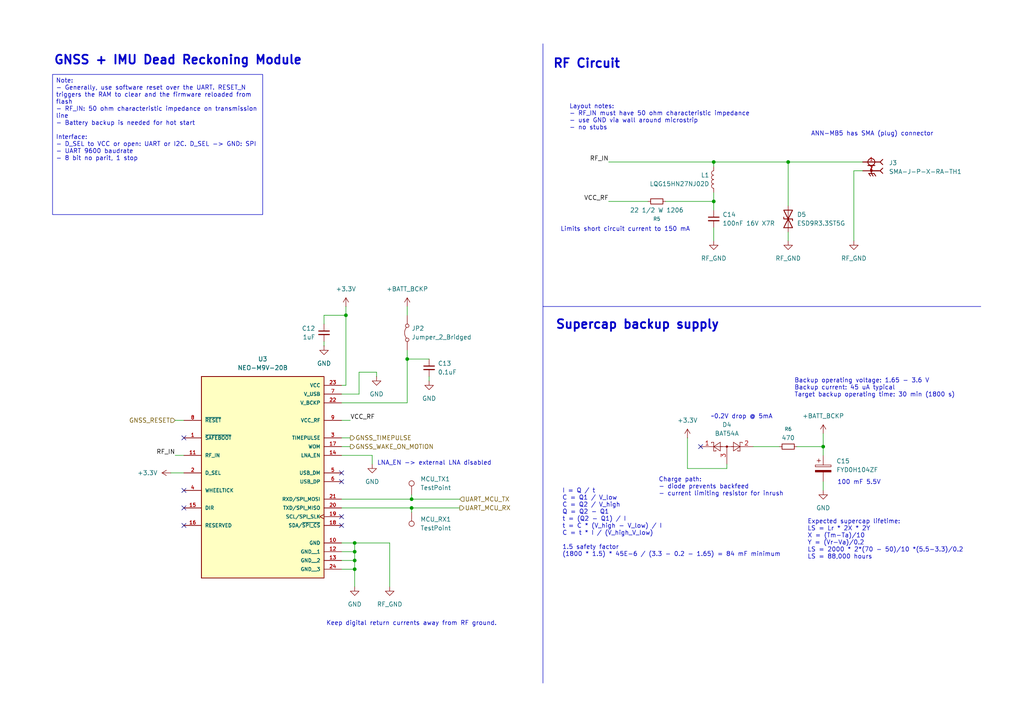
<source format=kicad_sch>
(kicad_sch (version 20250114) (generator "eeschema") (generator_version "9.0")
  (paper "A4")
  (lib_symbols
    (symbol "Connector:TestPoint" (pin_numbers (hide yes)) (pin_names (offset 0.762) (hide yes))
      (property "Reference" "TP" (at 0 6.858 0))
      (property "Value" "TestPoint" (at 0 5.08 0))
      (symbol "TestPoint_0_1"
        (circle (center 0 3.302) (radius 0.762))
      )
      (symbol "TestPoint_1_1"
        (pin passive line (at 0 0 90) (length 2.54) (name "1") (number "1"))
      )
    )
    (symbol "Device:C_Polarized" (pin_numbers (hide yes)) (pin_names (offset 0.254))
      (property "Reference" "C" (at 0.635 2.54 0))
      (property "Value" "C_Polarized" (at 0.635 -2.54 0))
      (symbol "C_Polarized_0_1"
        (rectangle (start -2.286 0.508) (end 2.286 1.016))
        (polyline (pts (xy -1.778 2.286) (xy -0.762 2.286)))
        (polyline (pts (xy -1.27 2.794) (xy -1.27 1.778)))
        (rectangle (start 2.286 -0.508) (end -2.286 -1.016) (fill (type outline)))
      )
      (symbol "C_Polarized_1_1"
        (pin passive line (at 0 3.81 270) (length 2.794) (name "~") (number "1"))
        (pin passive line (at 0 -3.81 90) (length 2.794) (name "~") (number "2"))
      )
    )
    (symbol "Device:C_Small" (pin_numbers (hide yes)) (pin_names (offset 0.254) (hide yes))
      (property "Reference" "C" (at 0.254 1.778 0))
      (property "Value" "C_Small" (at 0.254 -2.032 0))
      (symbol "C_Small_0_1"
        (polyline (pts (xy -1.524 0.508) (xy 1.524 0.508)) (stroke (width 0.3048)))
        (polyline (pts (xy -1.524 -0.508) (xy 1.524 -0.508)) (stroke (width 0.3302)))
      )
      (symbol "C_Small_1_1"
        (pin passive line (at 0 2.54 270) (length 2.032) (name "~") (number "1"))
        (pin passive line (at 0 -2.54 90) (length 2.032) (name "~") (number "2"))
      )
    )
    (symbol "Device:D_TVS" (pin_numbers (hide yes)) (pin_names (offset 1.016) (hide yes))
      (property "Reference" "D" (at 0 2.54 0))
      (property "Value" "D_TVS" (at 0 -2.54 0))
      (symbol "D_TVS_0_1"
        (polyline (pts (xy -2.54 1.27) (xy -2.54 -1.27) (xy 2.54 1.27) (xy 2.54 -1.27) (xy -2.54 1.27)) (stroke (width 0.254)))
        (polyline (pts (xy 0.508 1.27) (xy 0 1.27) (xy 0 -1.27) (xy -0.508 -1.27)) (stroke (width 0.254)))
        (polyline (pts (xy 1.27 0) (xy -1.27 0)))
      )
      (symbol "D_TVS_1_1"
        (pin passive line (at -3.81 0 0) (length 2.54) (name "A1") (number "1"))
        (pin passive line (at 3.81 0 180) (length 2.54) (name "A2") (number "2"))
      )
    )
    (symbol "Device:L" (pin_numbers (hide yes)) (pin_names (offset 1.016) (hide yes))
      (property "Reference" "L" (at -1.27 0 90))
      (property "Value" "L" (at 1.905 0 90))
      (symbol "L_0_1"
        (arc (start 0 2.54) (mid 0.6323 1.905) (end 0 1.27))
        (arc (start 0 1.27) (mid 0.6323 0.635) (end 0 0))
        (arc (start 0 0) (mid 0.6323 -0.635) (end 0 -1.27))
        (arc (start 0 -1.27) (mid 0.6323 -1.905) (end 0 -2.54))
      )
      (symbol "L_1_1"
        (pin passive line (at 0 3.81 270) (length 1.27) (name "1") (number "1"))
        (pin passive line (at 0 -3.81 90) (length 1.27) (name "2") (number "2"))
      )
    )
    (symbol "Device:R_Small" (pin_numbers (hide yes)) (pin_names (offset 0.254) (hide yes))
      (property "Reference" "R" (at 0 0 90))
      (property "Value" "R_Small" (at 1.778 0 90))
      (symbol "R_Small_0_1"
        (rectangle (start -0.762 1.778) (end 0.762 -1.778) (stroke (width 0.2032)))
      )
      (symbol "R_Small_1_1"
        (pin passive line (at 0 2.54 270) (length 0.762) (name "~") (number "1"))
        (pin passive line (at 0 -2.54 90) (length 0.762) (name "~") (number "2"))
      )
    )
    (symbol "Diode:BAT54A" (pin_names (offset 1.016))
      (property "Reference" "D" (at 0.635 -3.81 0))
      (property "Value" "BAT54A" (at -6.35 3.175 0))
      (symbol "BAT54A_0_1"
        (polyline (pts (xy -4.445 1.27) (xy -4.445 1.016)))
        (polyline (pts (xy -3.81 1.27) (xy -4.445 1.27)))
        (polyline (pts (xy -3.81 0) (xy -1.27 0)))
        (polyline (pts (xy -3.81 -1.27) (xy -3.81 1.27)))
        (polyline (pts (xy -3.81 -1.27) (xy -3.175 -1.27)))
        (polyline (pts (xy -3.175 -1.27) (xy -3.175 -1.016)))
        (polyline (pts (xy -1.905 1.27) (xy -1.905 -1.27) (xy -3.81 0) (xy -1.905 1.27)))
        (polyline (pts (xy -1.905 0) (xy 1.905 0)))
        (circle (center 0 0) (radius 0.254) (fill (type outline)))
        (polyline (pts (xy 1.27 0) (xy 3.81 0)))
        (polyline (pts (xy 1.905 1.27) (xy 1.905 -1.27) (xy 3.81 0) (xy 1.905 1.27)))
        (polyline (pts (xy 3.175 -1.27) (xy 3.175 -1.016)))
        (polyline (pts (xy 3.81 1.27) (xy 4.445 1.27)))
        (polyline (pts (xy 3.81 -1.27) (xy 3.175 -1.27)))
        (polyline (pts (xy 3.81 -1.27) (xy 3.81 1.27)))
        (polyline (pts (xy 4.445 1.27) (xy 4.445 1.016)))
      )
      (symbol "BAT54A_1_1"
        (pin passive line (at -7.62 0 0) (length 3.81) (name "~") (number "1"))
        (pin passive line (at 0 -5.08 90) (length 5.08) (name "~") (number "3"))
        (pin passive line (at 7.62 0 180) (length 3.81) (name "~") (number "2"))
      )
    )
    (symbol "Jumper:Jumper_2_Bridged" (pin_numbers (hide yes)) (pin_names (offset 0) (hide yes))
      (property "Reference" "JP" (at 0 1.905 0))
      (property "Value" "Jumper_2_Bridged" (at 0 -2.54 0))
      (symbol "Jumper_2_Bridged_0_0"
        (circle (center -2.032 0) (radius 0.508))
        (circle (center 2.032 0) (radius 0.508))
      )
      (symbol "Jumper_2_Bridged_0_1"
        (arc (start -1.524 0.254) (mid 0 0.762) (end 1.524 0.254))
      )
      (symbol "Jumper_2_Bridged_1_1"
        (pin passive line (at -5.08 0 0) (length 2.54) (name "A") (number "1"))
        (pin passive line (at 5.08 0 180) (length 2.54) (name "B") (number "2"))
      )
    )
    (symbol "can_gps_device:NEO-M9V-20B" (pin_names (offset 1.016))
      (property "Reference" "U" (at -17.78 26.035 0))
      (property "Value" "NEO-M9V-20B" (at -17.78 -35.56 0))
      (symbol "NEO-M9V-20B_0_0"
        (rectangle (start -17.78 -33.02) (end 17.78 25.4) (stroke (width 0.254)) (fill (type background)))
        (pin input line (at -22.86 12.7 0) (length 5.08) (name "~{RESET}") (number "8"))
        (pin input line (at -22.86 7.62 0) (length 5.08) (name "~{SAFEBOOT}") (number "1"))
        (pin input line (at -22.86 2.54 0) (length 5.08) (name "RF_IN") (number "11"))
        (pin input line (at -22.86 -2.54 0) (length 5.08) (name "D_SEL") (number "2"))
        (pin input line (at -22.86 -7.62 0) (length 5.08) (name "WHEELTICK") (number "4"))
        (pin input line (at -22.86 -12.7 0) (length 5.08) (name "DIR") (number "15"))
        (pin passive line (at -22.86 -17.78 0) (length 5.08) (name "RESERVED") (number "16"))
        (pin power_in line (at 22.86 22.86 180) (length 5.08) (name "VCC") (number "23"))
        (pin power_in line (at 22.86 20.32 180) (length 5.08) (name "V_USB") (number "7"))
        (pin power_in line (at 22.86 17.78 180) (length 5.08) (name "V_BCKP") (number "22"))
        (pin output line (at 22.86 12.7 180) (length 5.08) (name "VCC_RF") (number "9"))
        (pin output line (at 22.86 7.62 180) (length 5.08) (name "TIMEPULSE") (number "3"))
        (pin output line (at 22.86 5.08 180) (length 5.08) (name "WOM") (number "17"))
        (pin output line (at 22.86 2.54 180) (length 5.08) (name "LNA_EN") (number "14"))
        (pin bidirectional line (at 22.86 -2.54 180) (length 5.08) (name "USB_DM") (number "5"))
        (pin bidirectional line (at 22.86 -5.08 180) (length 5.08) (name "USB_DP") (number "6"))
        (pin input line (at 22.86 -10.16 180) (length 5.08) (name "RXD/SPI_MOSI") (number "21"))
        (pin output line (at 22.86 -12.7 180) (length 5.08) (name "TXD/SPI_MISO") (number "20"))
        (pin bidirectional clock (at 22.86 -15.24 180) (length 5.08) (name "SCL/SPI_SLK") (number "19"))
        (pin bidirectional line (at 22.86 -17.78 180) (length 5.08) (name "SDA/~{SPI_CS}") (number "18"))
        (pin power_in line (at 22.86 -22.86 180) (length 5.08) (name "GND") (number "10"))
        (pin power_in line (at 22.86 -25.4 180) (length 5.08) (name "GND__1") (number "12"))
        (pin power_in line (at 22.86 -27.94 180) (length 5.08) (name "GND__2") (number "13"))
        (pin power_in line (at 22.86 -30.48 180) (length 5.08) (name "GND__3") (number "24"))
      )
    )
    (symbol "can_gps_device:SMA-J-P-X-RA-TH1" (pin_names (offset 1.016))
      (property "Reference" "J" (at -3.81 4.064 0))
      (property "Value" "SMA-J-P-X-RA-TH1" (at -4.064 -4.318 0))
      (symbol "SMA-J-P-X-RA-TH1_0_0"
        (polyline (pts (xy -3.302 3.302) (xy -2.54 2.54)) (stroke (width 0.254)))
        (polyline (pts (xy -3.302 1.778) (xy -2.54 2.54)) (stroke (width 0.254)))
        (polyline (pts (xy -3.302 0.762) (xy -2.54 0)) (stroke (width 0.254)))
        (polyline (pts (xy -3.302 -0.762) (xy -2.54 0)) (stroke (width 0.254)))
        (polyline (pts (xy -2.54 2.54) (xy 2.54 2.54)) (stroke (width 0.254)))
        (polyline (pts (xy -2.54 0) (xy 0 0)) (stroke (width 0.254)))
        (polyline (pts (xy -1.016 1.524) (xy 0 1.524)) (stroke (width 0.254)))
        (polyline (pts (xy -0.762 -0.762) (xy -1.27 -1.524)) (stroke (width 0.254)))
        (circle (center 0 2.54) (radius 1.016) (stroke (width 0.254)))
        (polyline (pts (xy 0 1.524) (xy 0 0)) (stroke (width 0.254)))
        (polyline (pts (xy 0 1.524) (xy 1.016 1.524)) (stroke (width 0.254)))
        (polyline (pts (xy 0 0) (xy -2.286 0)) (stroke (width 0.254)))
        (polyline (pts (xy 0 0) (xy 0 -0.762)) (stroke (width 0.254)))
        (circle (center 0 0) (radius 0.254) (stroke (width 0.254)))
        (polyline (pts (xy 0 -0.762) (xy -0.508 -1.524)) (stroke (width 0.254)))
        (polyline (pts (xy 0.762 -0.762) (xy -0.762 -0.762)) (stroke (width 0.254)))
        (polyline (pts (xy 0.762 -0.762) (xy 0.254 -1.524)) (stroke (width 0.254)))
        (polyline (pts (xy 2.54 0) (xy 0 0)) (stroke (width 0.254)))
        (pin passive line (at 2.54 2.54 180) (length 5.08) (name "~") (number "1"))
        (pin passive line (at 2.54 0 180) (length 5.08) (name "~") (number "2"))
      )
      (symbol "SMA-J-P-X-RA-TH1_1_0"
        (pin passive line (at 2.54 0 180) (length 5.08) (hide yes) (name "~") (number "3"))
        (pin passive line (at 2.54 0 180) (length 5.08) (hide yes) (name "~") (number "4"))
        (pin passive line (at 2.54 0 180) (length 5.08) (hide yes) (name "~") (number "5"))
      )
    )
    (symbol "power:+3.3V" (power) (pin_numbers (hide yes)) (pin_names (offset 0) (hide yes))
      (property "Value" "+3.3V" (at 0 3.556 0))
      (symbol "+3.3V_0_1"
        (polyline (pts (xy -0.762 1.27) (xy 0 2.54)))
        (polyline (pts (xy 0 2.54) (xy 0.762 1.27)))
        (polyline (pts (xy 0 0) (xy 0 2.54)))
      )
      (symbol "+3.3V_1_1"
        (pin power_in line (at 0 0 90) (length 0) (name "~") (number "1"))
      )
    )
    (symbol "power:+BATT" (power) (pin_numbers (hide yes)) (pin_names (offset 0) (hide yes))
      (property "Value" "+BATT" (at 0 3.556 0))
      (symbol "+BATT_0_1"
        (polyline (pts (xy -0.762 1.27) (xy 0 2.54)))
        (polyline (pts (xy 0 2.54) (xy 0.762 1.27)))
        (polyline (pts (xy 0 0) (xy 0 2.54)))
      )
      (symbol "+BATT_1_1"
        (pin power_in line (at 0 0 90) (length 0) (name "~") (number "1"))
      )
    )
    (symbol "power:GND" (power) (pin_numbers (hide yes)) (pin_names (offset 0) (hide yes))
      (property "Value" "GND" (at 0 -3.81 0))
      (symbol "GND_0_1"
        (polyline (pts (xy 0 0) (xy 0 -1.27) (xy 1.27 -1.27) (xy 0 -2.54) (xy -1.27 -1.27) (xy 0 -1.27)))
      )
      (symbol "GND_1_1"
        (pin power_in line (at 0 0 270) (length 0) (name "~") (number "1"))
      )
    )
  )
  (rectangle (start 157.48 12.7) (end 157.48 198.12))
  (rectangle (start 157.48 88.9) (end 284.48 88.9))
  (text "Layout notes:\n- RF_IN must have 50 ohm characteristic impedance\n- use GND via wall around microstrip\n- no stubs" (at 165.1 34.036 0) (effects (font (size 1.27 1.27)) (justify left)))
  (text "RF Circuit" (at 160.274 18.542 0) (effects (font (size 2.54 2.54) (thickness 0.508) (bold yes)) (justify left)))
  (text "Backup operating voltage: 1.65 - 3.6 V\nBackup current: 45 uA typical\nTarget backup operating time: 30 min (1800 s)\n" (at 230.378 112.522 0) (effects (font (size 1.27 1.27)) (justify left)))
  (text "Limits short circuit current to 150 mA" (at 181.356 66.548 0) (effects (font (size 1.27 1.27))))
  (text "~0.2V drop @ 5mA" (at 215.138 120.904 0) (effects (font (size 1.27 1.27))))
  (text "100 mF 5.5V" (at 249.174 139.954 0) (effects (font (size 1.27 1.27))))
  (text "ANN-MB5 has SMA (plug) connector" (at 252.984 38.862 0) (effects (font (size 1.27 1.27))))
  (text "LNA_EN -> external LNA disabled" (at 125.984 134.366 0) (effects (font (size 1.27 1.27))))
  (text "I = Q / t\nC = Q1 / V_low\nC = Q2 / V_high\nQ = Q2 - Q1\nt = (Q2 - Q1) / I\nt = C * (V_high - V_low) / I\nC = t * I / (V_high_V_low)\n\n1.5 safety factor\n(1800 * 1.5) * 45E-6 / (3.3 - 0.2 - 1.65) = 84 mF minimum" (exclude_from_sim yes) (at 163.068 151.638 0) (effects (font (size 1.27 1.27)) (justify left)))
  (text "Expected supercap lifetime:\nLS = Lr * 2X * 2Y\nX = (Tm-Ta)/10\nY = (Vr-Va)/0.2\nLS = 2000 * 2*(70 - 50)/10 *(5.5-3.3)/0.2\nLS = 88,000 hours\n" (at 234.188 156.464 0) (effects (font (size 1.27 1.27)) (justify left)))
  (text "GNSS + IMU Dead Reckoning Module" (at 15.494 17.526 0) (effects (font (size 2.54 2.54) (thickness 0.508) (bold yes)) (justify left)))
  (text "Keep digital return currents away from RF ground." (at 119.38 180.848 0) (effects (font (size 1.27 1.27))))
  (text "Supercap backup supply" (at 161.036 94.234 0) (effects (font (size 2.54 2.54) (thickness 0.508) (bold yes)) (justify left)))
  (text "Charge path:\n- diode prevents backfeed\n- current limiting resistor for inrush" (at 191.008 141.224 0) (effects (font (size 1.27 1.27)) (justify left)))
  (text_box "Note:\n- Generally, use software reset over the UART. RESET_N triggers the RAM to clear and the firmware reloaded from flash\n- RF_IN: 50 ohm characteristic impedance on transmission line\n- Battery backup is needed for hot start\n\nInterface:\n- D_SEL to VCC or open: UART or I2C. D_SEL -> GND: SPI\n- UART 9600 baudrate\n- 8 bit no parit, 1 stop" (at 15.24 21.59 0) (size 60.96 40.64) (margins 0.9525 0.9525 0.9525 0.9525) (effects (font (size 1.27 1.27)) (justify left top)))
  (junction (at 102.87 162.56))
  (junction (at 102.87 160.02))
  (junction (at 118.11 104.14))
  (junction (at 207.01 58.42))
  (junction (at 228.6 46.99))
  (junction (at 207.01 46.99))
  (junction (at 100.33 91.44))
  (junction (at 102.87 165.1))
  (junction (at 119.38 147.32))
  (junction (at 238.76 129.54))
  (junction (at 119.38 144.78))
  (junction (at 102.87 157.48))
  (no_connect (at 203.2 129.54))
  (no_connect (at 99.06 139.7))
  (no_connect (at 99.06 152.4))
  (no_connect (at 53.34 127))
  (no_connect (at 99.06 137.16))
  (no_connect (at 53.34 152.4))
  (no_connect (at 53.34 142.24))
  (no_connect (at 53.34 147.32))
  (no_connect (at 99.06 149.86))
  (wire (pts (xy 228.6 46.99) (xy 250.19 46.99)))
  (wire (pts (xy 53.34 132.08) (xy 50.8 132.08)))
  (wire (pts (xy 247.65 49.53) (xy 250.19 49.53)))
  (wire (pts (xy 228.6 46.99) (xy 228.6 59.69)))
  (wire (pts (xy 238.76 139.7) (xy 238.76 142.24)))
  (wire (pts (xy 238.76 125.73) (xy 238.76 129.54)))
  (wire (pts (xy 107.95 134.62) (xy 107.95 132.08)))
  (wire (pts (xy 49.53 137.16) (xy 53.34 137.16)))
  (wire (pts (xy 193.04 58.42) (xy 207.01 58.42)))
  (wire (pts (xy 118.11 104.14) (xy 118.11 116.84)))
  (wire (pts (xy 228.6 67.31) (xy 228.6 69.85)))
  (wire (pts (xy 93.98 99.06) (xy 93.98 100.33)))
  (wire (pts (xy 100.33 91.44) (xy 100.33 111.76)))
  (wire (pts (xy 207.01 66.04) (xy 207.01 69.85)))
  (wire (pts (xy 99.06 129.54) (xy 101.6 129.54)))
  (wire (pts (xy 124.46 109.22) (xy 124.46 110.49)))
  (wire (pts (xy 119.38 144.78) (xy 133.35 144.78)))
  (wire (pts (xy 99.06 147.32) (xy 119.38 147.32)))
  (wire (pts (xy 93.98 91.44) (xy 100.33 91.44)))
  (wire (pts (xy 113.03 157.48) (xy 102.87 157.48)))
  (wire (pts (xy 104.14 107.95) (xy 109.22 107.95)))
  (wire (pts (xy 119.38 143.51) (xy 119.38 144.78)))
  (wire (pts (xy 199.39 127) (xy 199.39 135.89)))
  (wire (pts (xy 119.38 147.32) (xy 133.35 147.32)))
  (wire (pts (xy 247.65 49.53) (xy 247.65 69.85)))
  (wire (pts (xy 118.11 101.6) (xy 118.11 104.14)))
  (wire (pts (xy 109.22 107.95) (xy 109.22 109.22)))
  (wire (pts (xy 104.14 114.3) (xy 104.14 107.95)))
  (wire (pts (xy 99.06 116.84) (xy 118.11 116.84)))
  (wire (pts (xy 199.39 135.89) (xy 210.82 135.89)))
  (wire (pts (xy 207.01 46.99) (xy 207.01 48.26)))
  (wire (pts (xy 100.33 111.76) (xy 99.06 111.76)))
  (wire (pts (xy 93.98 93.98) (xy 93.98 91.44)))
  (wire (pts (xy 102.87 160.02) (xy 102.87 162.56)))
  (wire (pts (xy 118.11 88.9) (xy 118.11 91.44)))
  (wire (pts (xy 50.8 121.92) (xy 53.34 121.92)))
  (wire (pts (xy 99.06 160.02) (xy 102.87 160.02)))
  (wire (pts (xy 231.14 129.54) (xy 238.76 129.54)))
  (wire (pts (xy 207.01 58.42) (xy 207.01 55.88)))
  (wire (pts (xy 176.53 46.99) (xy 207.01 46.99)))
  (wire (pts (xy 176.53 58.42) (xy 187.96 58.42)))
  (wire (pts (xy 99.06 127) (xy 101.6 127)))
  (wire (pts (xy 99.06 157.48) (xy 102.87 157.48)))
  (wire (pts (xy 104.14 114.3) (xy 99.06 114.3)))
  (wire (pts (xy 100.33 88.9) (xy 100.33 91.44)))
  (wire (pts (xy 99.06 165.1) (xy 102.87 165.1)))
  (wire (pts (xy 107.95 132.08) (xy 99.06 132.08)))
  (wire (pts (xy 218.44 129.54) (xy 226.06 129.54)))
  (wire (pts (xy 119.38 148.59) (xy 119.38 147.32)))
  (wire (pts (xy 102.87 165.1) (xy 102.87 170.18)))
  (wire (pts (xy 207.01 46.99) (xy 228.6 46.99)))
  (wire (pts (xy 99.06 144.78) (xy 119.38 144.78)))
  (wire (pts (xy 238.76 129.54) (xy 238.76 132.08)))
  (wire (pts (xy 99.06 121.92) (xy 101.6 121.92)))
  (wire (pts (xy 102.87 162.56) (xy 102.87 165.1)))
  (wire (pts (xy 99.06 162.56) (xy 102.87 162.56)))
  (wire (pts (xy 118.11 104.14) (xy 124.46 104.14)))
  (wire (pts (xy 210.82 135.89) (xy 210.82 134.62)))
  (wire (pts (xy 102.87 157.48) (xy 102.87 160.02)))
  (wire (pts (xy 207.01 60.96) (xy 207.01 58.42)))
  (wire (pts (xy 113.03 170.18) (xy 113.03 157.48)))
  (label "RF_IN" (at 50.8 132.08 180))
  (label "RF_IN" (at 176.53 46.99 180))
  (label "VCC_RF" (at 101.6 121.92 0))
  (label "VCC_RF" (at 176.53 58.42 180))
  (hierarchical_label "GNSS_WAKE_ON_MOTION" (shape output) (at 101.6 129.54 0))
  (hierarchical_label "UART_MCU_TX" (shape input) (at 133.35 144.78 0))
  (hierarchical_label "UART_MCU_RX" (shape output) (at 133.35 147.32 0))
  (hierarchical_label "GNSS_RESET" (shape input) (at 50.8 121.92 180))
  (hierarchical_label "GNSS_TIMEPULSE" (shape output) (at 101.6 127 0))
  (symbol (lib_id "power:GND") (at 247.65 69.85 0) (unit 1)
    (property "Reference" "#PWR040" (effects (hide yes)))
    (property "Value" "RF_GND" (at 247.65 74.93 0))
    (property "Description" "Power symbol creates a global label with name \"GND\" , ground" (effects (hide yes)))
  )
  (symbol (lib_id "Device:L") (at 207.01 52.07 0) (mirror y) (unit 1)
    (property "Reference" "L1" (at 205.74 50.7999 0) (effects (justify left)))
    (property "Value" "LQG15HN27NJ02D" (at 205.74 53.3399 0) (effects (justify left)))
    (property "Footprint" "Inductor_SMD:L_0402_1005Metric_Pad0.77x0.64mm_HandSolder" (effects (hide yes)))
    (property "Description" "Inductor" (effects (hide yes)))
  )
  (symbol (lib_id "Device:C_Polarized") (at 238.76 135.89 0) (unit 1)
    (property "Reference" "C15" (at 242.57 133.7309 0) (effects (justify left)))
    (property "Value" "FYD0H104ZF" (at 242.57 136.2709 0) (effects (justify left)))
    (property "Footprint" "Capacitor_THT:CP_Radial_D13.0mm_P5.00mm" (effects (hide yes)))
    (property "Description" "Polarized capacitor" (effects (hide yes)))
  )
  (symbol (lib_id "Connector:TestPoint") (at 119.38 143.51 0) (unit 1)
    (property "Reference" "MCU_TX1" (at 121.92 138.9379 0) (effects (justify left)))
    (property "Value" "TestPoint" (at 121.92 141.4779 0) (effects (justify left)))
    (property "Footprint" "TestPoint:TestPoint_Pad_D1.5mm" (effects (hide yes)))
    (property "Description" "test point" (effects (hide yes)))
  )
  (symbol (lib_id "Diode:BAT54A") (at 210.82 129.54 0) (unit 1)
    (property "Reference" "D4" (at 210.82 123.19 0))
    (property "Value" "BAT54A" (at 210.82 125.73 0))
    (property "Footprint" "Package_TO_SOT_SMD:SOT-23" (effects (hide yes)))
    (property "Datasheet" "http://www.diodes.com/_files/datasheets/ds11005.pdf" (effects (hide yes)))
    (property "Description" "schottky barrier diode" (effects (hide yes)))
  )
  (symbol (lib_id "power:GND") (at 107.95 134.62 0) (unit 1)
    (property "Reference" "#PWR030" (effects (hide yes)))
    (property "Value" "GND" (at 107.95 139.7 0))
    (property "Description" "Power symbol creates a global label with name \"GND\" , ground" (effects (hide yes)))
  )
  (symbol (lib_id "power:GND") (at 124.46 110.49 0) (unit 1)
    (property "Reference" "#PWR034" (effects (hide yes)))
    (property "Value" "GND" (at 124.46 115.57 0))
    (property "Description" "Power symbol creates a global label with name \"GND\" , ground" (effects (hide yes)))
  )
  (symbol (lib_id "power:GND") (at 109.22 109.22 0) (unit 1)
    (property "Reference" "#PWR031" (effects (hide yes)))
    (property "Value" "GND" (at 109.22 114.3 0))
    (property "Description" "Power symbol creates a global label with name \"GND\" , ground" (effects (hide yes)))
  )
  (symbol (lib_id "power:GND") (at 207.01 69.85 0) (unit 1)
    (property "Reference" "#PWR036" (effects (hide yes)))
    (property "Value" "RF_GND" (at 207.01 74.93 0))
    (property "Description" "Power symbol creates a global label with name \"GND\" , ground" (effects (hide yes)))
  )
  (symbol (lib_id "Connector:TestPoint") (at 119.38 148.59 180) (unit 1)
    (property "Reference" "MCU_RX1" (at 121.92 150.6219 0) (effects (justify right)))
    (property "Value" "TestPoint" (at 121.92 153.1619 0) (effects (justify right)))
    (property "Footprint" "TestPoint:TestPoint_Pad_D1.5mm" (effects (hide yes)))
    (property "Description" "test point" (effects (hide yes)))
  )
  (symbol (lib_id "Device:R_Small") (at 228.6 129.54 90) (unit 1)
    (property "Reference" "R6" (at 228.6 124.46 90) (effects (font (size 1.016 1.016))))
    (property "Value" "470" (at 228.6 127 90))
    (property "Footprint" "Resistor_SMD:R_0603_1608Metric" (effects (hide yes)))
    (property "Description" "Resistor, small symbol" (effects (hide yes)))
  )
  (symbol (lib_id "Jumper:Jumper_2_Bridged") (at 118.11 96.52 90) (unit 1)
    (property "Reference" "JP2" (at 119.38 95.2499 90) (effects (justify right)))
    (property "Value" "Jumper_2_Bridged" (at 119.38 97.7899 90) (effects (justify right)))
    (property "Footprint" "Jumper:SolderJumper-2_P1.3mm_Bridged_RoundedPad1.0x1.5mm" (effects (hide yes)))
    (property "Description" "Jumper, 2-pole, closed/bridged" (effects (hide yes)))
  )
  (symbol (lib_id "power:GND") (at 102.87 170.18 0) (unit 1)
    (property "Reference" "#PWR029" (effects (hide yes)))
    (property "Value" "GND" (at 102.87 175.26 0))
    (property "Description" "Power symbol creates a global label with name \"GND\" , ground" (effects (hide yes)))
  )
  (symbol (lib_id "Device:C_Small") (at 93.98 96.52 0) (mirror y) (unit 1)
    (property "Reference" "C12" (at 91.44 95.2562 0) (effects (justify left)))
    (property "Value" "1uF" (at 91.44 97.7962 0) (effects (justify left)))
    (property "Footprint" "Capacitor_SMD:C_0603_1608Metric" (effects (hide yes)))
    (property "Description" "Unpolarized capacitor, small symbol" (effects (hide yes)))
  )
  (symbol (lib_id "can_gps_device:SMA-J-P-X-RA-TH1") (at 252.73 49.53 0) (mirror y) (unit 1)
    (property "Reference" "J3" (at 257.81 47.2439 0) (effects (justify right)))
    (property "Value" "SMA-J-P-X-RA-TH1" (at 257.81 49.7839 0) (effects (justify right)))
    (property "Footprint" "can_gps_device:SAMTEC_SMA-J-P-X-RA-TH1" (effects (hide yes)))
    (property "PARTREV" "K" (effects (hide yes)))
    (property "MANUFACTURER" "Samtec" (effects (hide yes)))
    (property "MAXIMUM_PACKAGE_HEIGHT" "9.86mm" (effects (hide yes)))
    (property "STANDARD" "Manufacturer Recommendations" (effects (hide yes)))
  )
  (symbol (lib_id "Device:D_TVS") (at 228.6 63.5 90) (unit 1)
    (property "Reference" "D5" (at 231.14 62.2299 90) (effects (justify right)))
    (property "Value" "ESD9R3.3ST5G" (at 231.14 64.7699 90) (effects (justify right)))
    (property "Footprint" "Diode_SMD:D_SOD-923" (effects (hide yes)))
    (property "Description" "Bidirectional transient-voltage-suppression diode" (effects (hide yes)))
  )
  (symbol (lib_id "power:+3.3V") (at 199.39 127 0) (unit 1)
    (property "Reference" "#PWR035" (effects (hide yes)))
    (property "Value" "+3.3V" (at 199.39 121.92 0))
    (property "Description" "Power symbol creates a global label with name \"+3.3V\"" (effects (hide yes)))
  )
  (symbol (lib_id "Device:C_Small") (at 207.01 63.5 0) (unit 1)
    (property "Reference" "C14" (at 209.55 62.2362 0) (effects (justify left)))
    (property "Value" "100nF 16V X7R" (at 209.55 64.7762 0) (effects (justify left)))
    (property "Footprint" "Capacitor_SMD:C_0603_1608Metric" (effects (hide yes)))
    (property "Description" "Unpolarized capacitor, small symbol" (effects (hide yes)))
  )
  (symbol (lib_id "power:+3.3V") (at 100.33 88.9 0) (unit 1)
    (property "Reference" "#PWR021" (effects (hide yes)))
    (property "Value" "+3.3V" (at 100.33 83.82 0))
    (property "Description" "Power symbol creates a global label with name \"+3.3V\"" (effects (hide yes)))
  )
  (symbol (lib_id "power:GND") (at 238.76 142.24 0) (unit 1)
    (property "Reference" "#PWR039" (effects (hide yes)))
    (property "Value" "GND" (at 238.76 147.32 0))
    (property "Description" "Power symbol creates a global label with name \"GND\" , ground" (effects (hide yes)))
  )
  (symbol (lib_id "power:+BATT") (at 118.11 88.9 0) (unit 1)
    (property "Reference" "#PWR033" (effects (hide yes)))
    (property "Value" "+BATT_BCKP" (at 118.11 83.82 0))
    (property "Description" "Power symbol creates a global label with name \"+BATT\"" (effects (hide yes)))
  )
  (symbol (lib_id "Device:C_Small") (at 124.46 106.68 0) (unit 1)
    (property "Reference" "C13" (at 127 105.4162 0) (effects (justify left)))
    (property "Value" "0.1uF" (at 127 107.9562 0) (effects (justify left)))
    (property "Footprint" "Capacitor_SMD:C_0603_1608Metric" (effects (hide yes)))
    (property "Description" "Unpolarized capacitor, small symbol" (effects (hide yes)))
  )
  (symbol (lib_id "can_gps_device:NEO-M9V-20B") (at 76.2 134.62 0) (unit 1)
    (property "Reference" "U3" (at 76.2 104.14 0))
    (property "Value" "NEO-M9V-20B" (at 76.2 106.68 0))
    (property "Footprint" "can_gps_device:XCVR_NEO-M9V-20B" (effects (hide yes)))
    (property "Description" "GNSS + IMU Dead Reckoning Device" (effects (hide yes)))
    (property "PARTREV" "C1" (effects (hide yes)))
    (property "STANDARD" "Manufacturer Recommendations" (effects (hide yes)))
    (property "MAXIMUM_PACKAGE_HEIGHT" "2.60 mm" (effects (hide yes)))
    (property "MANUFACTURER" "U-blox" (effects (hide yes)))
  )
  (symbol (lib_id "power:GND") (at 228.6 69.85 0) (unit 1)
    (property "Reference" "#PWR037" (effects (hide yes)))
    (property "Value" "RF_GND" (at 228.6 74.93 0))
    (property "Description" "Power symbol creates a global label with name \"GND\" , ground" (effects (hide yes)))
  )
  (symbol (lib_id "power:+3.3V") (at 49.53 137.16 90) (unit 1)
    (property "Reference" "#PWR022" (effects (hide yes)))
    (property "Value" "+3.3V" (at 45.72 137.1599 90) (effects (justify left)))
    (property "Description" "Power symbol creates a global label with name \"+3.3V\"" (effects (hide yes)))
  )
  (symbol (lib_id "power:+BATT") (at 238.76 125.73 0) (unit 1)
    (property "Reference" "#PWR038" (effects (hide yes)))
    (property "Value" "+BATT_BCKP" (at 238.76 120.65 0))
    (property "Description" "Power symbol creates a global label with name \"+BATT\"" (effects (hide yes)))
  )
  (symbol (lib_id "power:GND") (at 93.98 100.33 0) (mirror y) (unit 1)
    (property "Reference" "#PWR027" (effects (hide yes)))
    (property "Value" "GND" (at 93.98 105.41 0))
    (property "Description" "Power symbol creates a global label with name \"GND\" , ground" (effects (hide yes)))
  )
  (symbol (lib_id "power:GND") (at 113.03 170.18 0) (unit 1)
    (property "Reference" "#PWR032" (effects (hide yes)))
    (property "Value" "RF_GND" (at 113.03 175.26 0))
    (property "Description" "Power symbol creates a global label with name \"GND\" , ground" (effects (hide yes)))
  )
  (symbol (lib_id "Device:R_Small") (at 190.5 58.42 270) (unit 1)
    (property "Reference" "R5" (at 190.5 63.5 90) (effects (font (size 1.016 1.016))))
    (property "Value" "22 1/2 W 1206" (at 190.5 60.96 90))
    (property "Footprint" "Resistor_SMD:R_1206_3216Metric" (effects (hide yes)))
    (property "Description" "Resistor, small symbol" (effects (hide yes)))
  )
)
</source>
